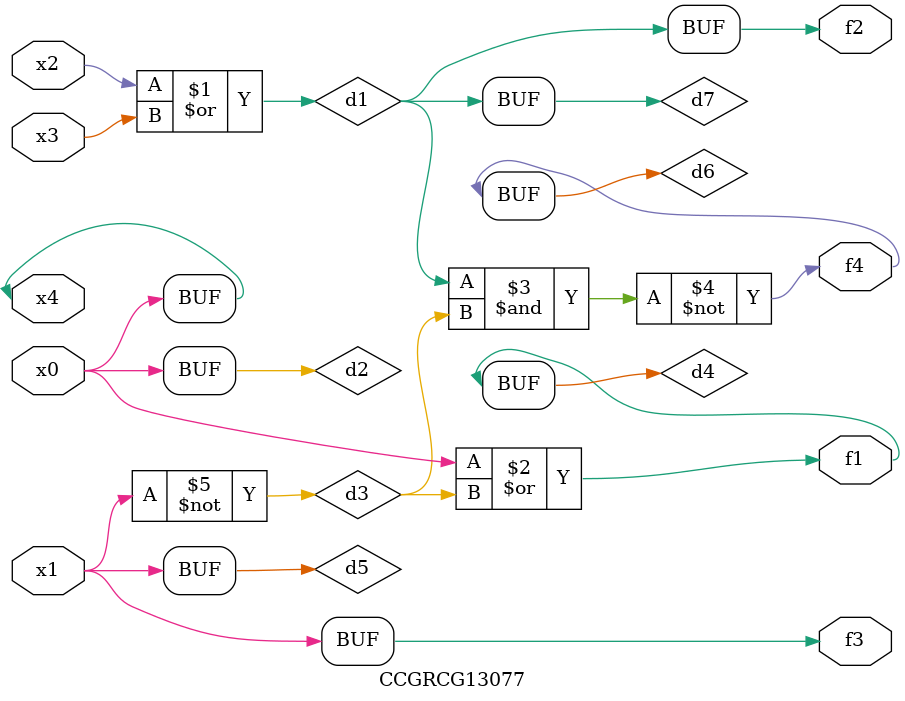
<source format=v>
module CCGRCG13077(
	input x0, x1, x2, x3, x4,
	output f1, f2, f3, f4
);

	wire d1, d2, d3, d4, d5, d6, d7;

	or (d1, x2, x3);
	buf (d2, x0, x4);
	not (d3, x1);
	or (d4, d2, d3);
	not (d5, d3);
	nand (d6, d1, d3);
	or (d7, d1);
	assign f1 = d4;
	assign f2 = d7;
	assign f3 = d5;
	assign f4 = d6;
endmodule

</source>
